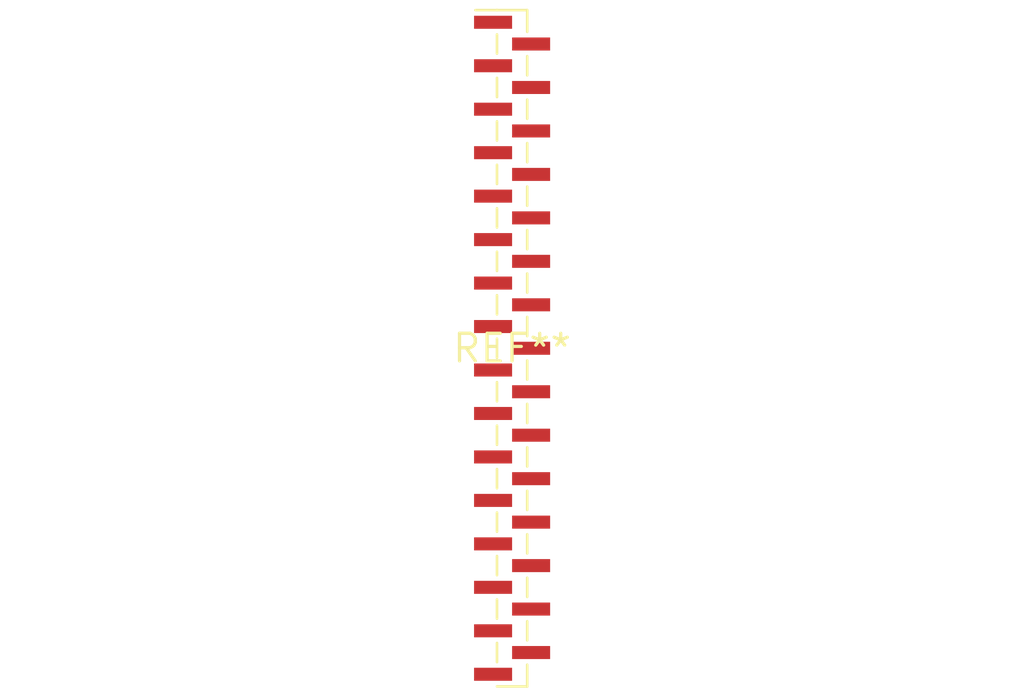
<source format=kicad_pcb>
(kicad_pcb (version 20240108) (generator pcbnew)
  (layers (0 "F.Cu" signal) (31 "B.Cu" signal) (34 "B.Paste" user) (35 "F.Paste" user) (36 "B.SilkS" user "B.Silkscreen") (37 "F.SilkS" user "F.Silkscreen") (38 "B.Mask" user) (39 "F.Mask" user) (44 "Edge.Cuts" user))
  (net 0 "")
  (footprint "PinHeader_1x31_P1.00mm_Vertical_SMD_Pin1Left" (layer "F.Cu") (at 0 0)
    (property "Reference" "REF**")
    (property "Value" "PinHeader_1x31_P1.00mm_Vertical_SMD_Pin1Left")
    (fp_line (start -0.695 -15.56) (end -1.69 -15.56) (layer "F.SilkS") (stroke (width 0.12)))
    (fp_line (start -0.695 -15.56) (end -0.695 -15.56) (layer "F.SilkS") (stroke (width 0.12)))
    (fp_line (start -0.695 -15.56) (end 0.695 -15.56) (layer "F.SilkS") (stroke (width 0.12)))
    (fp_line (start -0.695 -14.44) (end -0.695 -13.56) (layer "F.SilkS") (stroke (width 0.12)))
    (fp_line (start -0.695 -12.44) (end -0.695 -11.56) (layer "F.SilkS") (stroke (width 0.12)))
    (fp_line (start -0.695 -10.44) (end -0.695 -9.56) (layer "F.SilkS") (stroke (width 0.12)))
    (fp_line (start -0.695 -8.44) (end -0.695 -7.56) (layer "F.SilkS") (stroke (width 0.12)))
    (fp_line (start -0.695 -6.44) (end -0.695 -5.56) (layer "F.SilkS") (stroke (width 0.12)))
    (fp_line (start -0.695 -4.44) (end -0.695 -3.56) (layer "F.SilkS") (stroke (width 0.12)))
    (fp_line (start -0.695 -2.44) (end -0.695 -1.56) (layer "F.SilkS") (stroke (width 0.12)))
    (fp_line (start -0.695 -0.44) (end -0.695 0.44) (layer "F.SilkS") (stroke (width 0.12)))
    (fp_line (start -0.695 1.56) (end -0.695 2.44) (layer "F.SilkS") (stroke (width 0.12)))
    (fp_line (start -0.695 3.56) (end -0.695 4.44) (layer "F.SilkS") (stroke (width 0.12)))
    (fp_line (start -0.695 5.56) (end -0.695 6.44) (layer "F.SilkS") (stroke (width 0.12)))
    (fp_line (start -0.695 7.56) (end -0.695 8.44) (layer "F.SilkS") (stroke (width 0.12)))
    (fp_line (start -0.695 9.56) (end -0.695 10.44) (layer "F.SilkS") (stroke (width 0.12)))
    (fp_line (start -0.695 11.56) (end -0.695 12.44) (layer "F.SilkS") (stroke (width 0.12)))
    (fp_line (start -0.695 13.56) (end -0.695 14.44) (layer "F.SilkS") (stroke (width 0.12)))
    (fp_line (start -0.695 15.56) (end 0.695 15.56) (layer "F.SilkS") (stroke (width 0.12)))
    (fp_line (start 0.695 -15.56) (end 0.695 -14.56) (layer "F.SilkS") (stroke (width 0.12)))
    (fp_line (start 0.695 -13.44) (end 0.695 -12.56) (layer "F.SilkS") (stroke (width 0.12)))
    (fp_line (start 0.695 -11.44) (end 0.695 -10.56) (layer "F.SilkS") (stroke (width 0.12)))
    (fp_line (start 0.695 -9.44) (end 0.695 -8.56) (layer "F.SilkS") (stroke (width 0.12)))
    (fp_line (start 0.695 -7.44) (end 0.695 -6.56) (layer "F.SilkS") (stroke (width 0.12)))
    (fp_line (start 0.695 -5.44) (end 0.695 -4.56) (layer "F.SilkS") (stroke (width 0.12)))
    (fp_line (start 0.695 -3.44) (end 0.695 -2.56) (layer "F.SilkS") (stroke (width 0.12)))
    (fp_line (start 0.695 -1.44) (end 0.695 -0.56) (layer "F.SilkS") (stroke (width 0.12)))
    (fp_line (start 0.695 0.56) (end 0.695 1.44) (layer "F.SilkS") (stroke (width 0.12)))
    (fp_line (start 0.695 2.56) (end 0.695 3.44) (layer "F.SilkS") (stroke (width 0.12)))
    (fp_line (start 0.695 4.56) (end 0.695 5.44) (layer "F.SilkS") (stroke (width 0.12)))
    (fp_line (start 0.695 6.56) (end 0.695 7.44) (layer "F.SilkS") (stroke (width 0.12)))
    (fp_line (start 0.695 8.56) (end 0.695 9.44) (layer "F.SilkS") (stroke (width 0.12)))
    (fp_line (start 0.695 10.56) (end 0.695 11.44) (layer "F.SilkS") (stroke (width 0.12)))
    (fp_line (start 0.695 12.56) (end 0.695 13.44) (layer "F.SilkS") (stroke (width 0.12)))
    (fp_line (start 0.695 14.56) (end 0.695 15.56) (layer "F.SilkS") (stroke (width 0.12)))
    (fp_line (start 0.695 15.56) (end 0.695 15.56) (layer "F.SilkS") (stroke (width 0.12)))
    (pad "1" smd rect (at -0.875 -15) (size 1.75 0.6) (layers "F.Cu" "F.Paste" "F.Mask"))
    (pad "2" smd rect (at 0.875 -14) (size 1.75 0.6) (layers "F.Cu" "F.Paste" "F.Mask"))
    (pad "3" smd rect (at -0.875 -13) (size 1.75 0.6) (layers "F.Cu" "F.Paste" "F.Mask"))
    (pad "4" smd rect (at 0.875 -12) (size 1.75 0.6) (layers "F.Cu" "F.Paste" "F.Mask"))
    (pad "5" smd rect (at -0.875 -11) (size 1.75 0.6) (layers "F.Cu" "F.Paste" "F.Mask"))
    (pad "6" smd rect (at 0.875 -10) (size 1.75 0.6) (layers "F.Cu" "F.Paste" "F.Mask"))
    (pad "7" smd rect (at -0.875 -9) (size 1.75 0.6) (layers "F.Cu" "F.Paste" "F.Mask"))
    (pad "8" smd rect (at 0.875 -8) (size 1.75 0.6) (layers "F.Cu" "F.Paste" "F.Mask"))
    (pad "9" smd rect (at -0.875 -7) (size 1.75 0.6) (layers "F.Cu" "F.Paste" "F.Mask"))
    (pad "10" smd rect (at 0.875 -6) (size 1.75 0.6) (layers "F.Cu" "F.Paste" "F.Mask"))
    (pad "11" smd rect (at -0.875 -5) (size 1.75 0.6) (layers "F.Cu" "F.Paste" "F.Mask"))
    (pad "12" smd rect (at 0.875 -4) (size 1.75 0.6) (layers "F.Cu" "F.Paste" "F.Mask"))
    (pad "13" smd rect (at -0.875 -3) (size 1.75 0.6) (layers "F.Cu" "F.Paste" "F.Mask"))
    (pad "14" smd rect (at 0.875 -2) (size 1.75 0.6) (layers "F.Cu" "F.Paste" "F.Mask"))
    (pad "15" smd rect (at -0.875 -1) (size 1.75 0.6) (layers "F.Cu" "F.Paste" "F.Mask"))
    (pad "16" smd rect (at 0.875 0) (size 1.75 0.6) (layers "F.Cu" "F.Paste" "F.Mask"))
    (pad "17" smd rect (at -0.875 1) (size 1.75 0.6) (layers "F.Cu" "F.Paste" "F.Mask"))
    (pad "18" smd rect (at 0.875 2) (size 1.75 0.6) (layers "F.Cu" "F.Paste" "F.Mask"))
    (pad "19" smd rect (at -0.875 3) (size 1.75 0.6) (layers "F.Cu" "F.Paste" "F.Mask"))
    (pad "20" smd rect (at 0.875 4) (size 1.75 0.6) (layers "F.Cu" "F.Paste" "F.Mask"))
    (pad "21" smd rect (at -0.875 5) (size 1.75 0.6) (layers "F.Cu" "F.Paste" "F.Mask"))
    (pad "22" smd rect (at 0.875 6) (size 1.75 0.6) (layers "F.Cu" "F.Paste" "F.Mask"))
    (pad "23" smd rect (at -0.875 7) (size 1.75 0.6) (layers "F.Cu" "F.Paste" "F.Mask"))
    (pad "24" smd rect (at 0.875 8) (size 1.75 0.6) (layers "F.Cu" "F.Paste" "F.Mask"))
    (pad "25" smd rect (at -0.875 9) (size 1.75 0.6) (layers "F.Cu" "F.Paste" "F.Mask"))
    (pad "26" smd rect (at 0.875 10) (size 1.75 0.6) (layers "F.Cu" "F.Paste" "F.Mask"))
    (pad "27" smd rect (at -0.875 11) (size 1.75 0.6) (layers "F.Cu" "F.Paste" "F.Mask"))
    (pad "28" smd rect (at 0.875 12) (size 1.75 0.6) (layers "F.Cu" "F.Paste" "F.Mask"))
    (pad "29" smd rect (at -0.875 13) (size 1.75 0.6) (layers "F.Cu" "F.Paste" "F.Mask"))
    (pad "30" smd rect (at 0.875 14) (size 1.75 0.6) (layers "F.Cu" "F.Paste" "F.Mask"))
    (pad "31" smd rect (at -0.875 15) (size 1.75 0.6) (layers "F.Cu" "F.Paste" "F.Mask"))
  )
)
</source>
